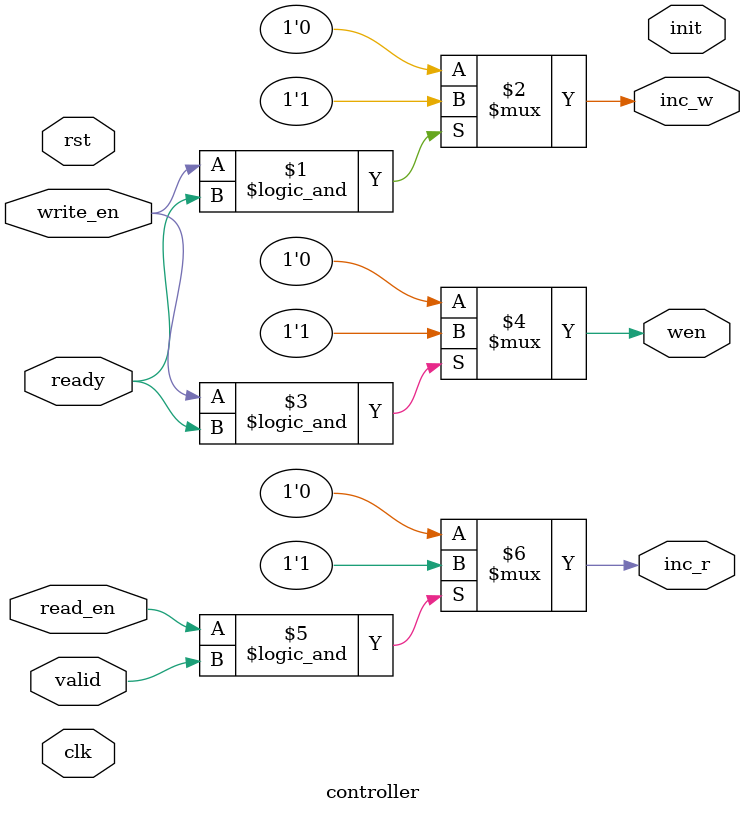
<source format=v>
`timescale 1ns/1ns

module controller (clk, rst, write_en, read_en, ready, valid, init, inc_w, inc_r, wen);
input clk, rst, write_en, read_en, ready, valid;
output reg init, inc_w, inc_r, wen;

assign inc_w = (write_en && ready) ? 1'b1 : 1'b0;
assign wen = (write_en && ready) ? 1'b1 : 1'b0;
assign inc_r = (read_en && valid) ? 1'b1 : 1'b0;

endmodule

</source>
